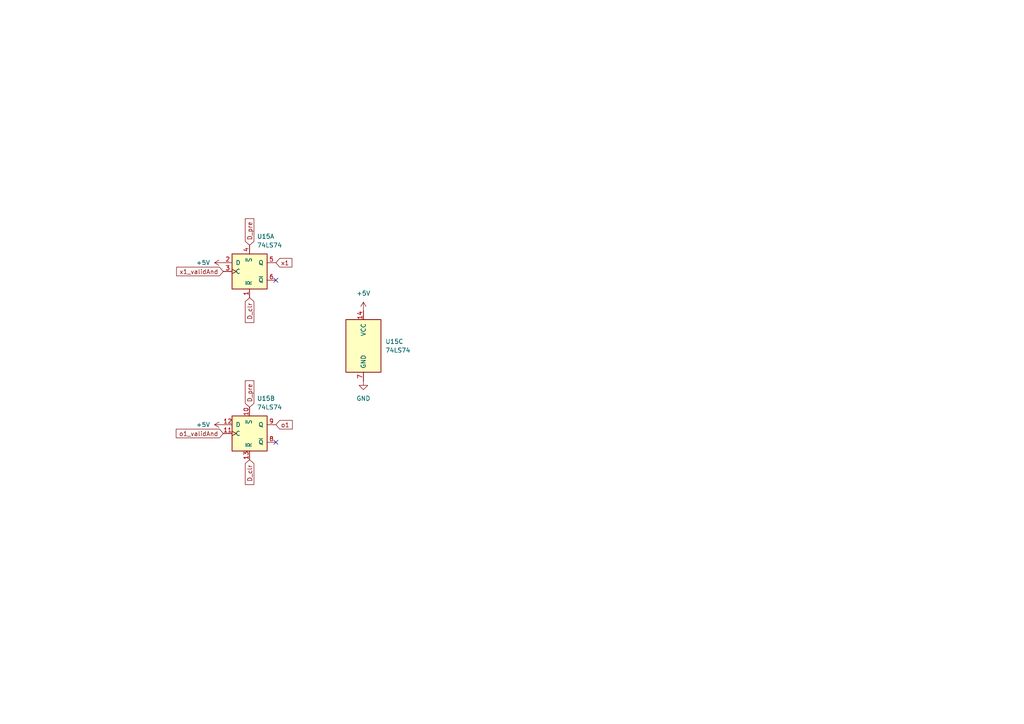
<source format=kicad_sch>
(kicad_sch
	(version 20250114)
	(generator "eeschema")
	(generator_version "9.0")
	(uuid "0f222bc9-c86a-4c26-921d-459394749d18")
	(paper "A4")
	(lib_symbols
		(symbol "74xx:74LS74"
			(pin_names
				(offset 1.016)
			)
			(exclude_from_sim no)
			(in_bom yes)
			(on_board yes)
			(property "Reference" "U"
				(at -7.62 8.89 0)
				(effects
					(font
						(size 1.27 1.27)
					)
				)
			)
			(property "Value" "74LS74"
				(at -7.62 -8.89 0)
				(effects
					(font
						(size 1.27 1.27)
					)
				)
			)
			(property "Footprint" ""
				(at 0 0 0)
				(effects
					(font
						(size 1.27 1.27)
					)
					(hide yes)
				)
			)
			(property "Datasheet" "74xx/74hc_hct74.pdf"
				(at 0 0 0)
				(effects
					(font
						(size 1.27 1.27)
					)
					(hide yes)
				)
			)
			(property "Description" "Dual D Flip-flop, Set & Reset"
				(at 0 0 0)
				(effects
					(font
						(size 1.27 1.27)
					)
					(hide yes)
				)
			)
			(property "ki_locked" ""
				(at 0 0 0)
				(effects
					(font
						(size 1.27 1.27)
					)
				)
			)
			(property "ki_keywords" "TTL DFF"
				(at 0 0 0)
				(effects
					(font
						(size 1.27 1.27)
					)
					(hide yes)
				)
			)
			(property "ki_fp_filters" "DIP*W7.62mm*"
				(at 0 0 0)
				(effects
					(font
						(size 1.27 1.27)
					)
					(hide yes)
				)
			)
			(symbol "74LS74_1_0"
				(pin input line
					(at -7.62 2.54 0)
					(length 2.54)
					(name "D"
						(effects
							(font
								(size 1.27 1.27)
							)
						)
					)
					(number "2"
						(effects
							(font
								(size 1.27 1.27)
							)
						)
					)
				)
				(pin input clock
					(at -7.62 0 0)
					(length 2.54)
					(name "C"
						(effects
							(font
								(size 1.27 1.27)
							)
						)
					)
					(number "3"
						(effects
							(font
								(size 1.27 1.27)
							)
						)
					)
				)
				(pin input line
					(at 0 7.62 270)
					(length 2.54)
					(name "~{S}"
						(effects
							(font
								(size 1.27 1.27)
							)
						)
					)
					(number "4"
						(effects
							(font
								(size 1.27 1.27)
							)
						)
					)
				)
				(pin input line
					(at 0 -7.62 90)
					(length 2.54)
					(name "~{R}"
						(effects
							(font
								(size 1.27 1.27)
							)
						)
					)
					(number "1"
						(effects
							(font
								(size 1.27 1.27)
							)
						)
					)
				)
				(pin output line
					(at 7.62 2.54 180)
					(length 2.54)
					(name "Q"
						(effects
							(font
								(size 1.27 1.27)
							)
						)
					)
					(number "5"
						(effects
							(font
								(size 1.27 1.27)
							)
						)
					)
				)
				(pin output line
					(at 7.62 -2.54 180)
					(length 2.54)
					(name "~{Q}"
						(effects
							(font
								(size 1.27 1.27)
							)
						)
					)
					(number "6"
						(effects
							(font
								(size 1.27 1.27)
							)
						)
					)
				)
			)
			(symbol "74LS74_1_1"
				(rectangle
					(start -5.08 5.08)
					(end 5.08 -5.08)
					(stroke
						(width 0.254)
						(type default)
					)
					(fill
						(type background)
					)
				)
			)
			(symbol "74LS74_2_0"
				(pin input line
					(at -7.62 2.54 0)
					(length 2.54)
					(name "D"
						(effects
							(font
								(size 1.27 1.27)
							)
						)
					)
					(number "12"
						(effects
							(font
								(size 1.27 1.27)
							)
						)
					)
				)
				(pin input clock
					(at -7.62 0 0)
					(length 2.54)
					(name "C"
						(effects
							(font
								(size 1.27 1.27)
							)
						)
					)
					(number "11"
						(effects
							(font
								(size 1.27 1.27)
							)
						)
					)
				)
				(pin input line
					(at 0 7.62 270)
					(length 2.54)
					(name "~{S}"
						(effects
							(font
								(size 1.27 1.27)
							)
						)
					)
					(number "10"
						(effects
							(font
								(size 1.27 1.27)
							)
						)
					)
				)
				(pin input line
					(at 0 -7.62 90)
					(length 2.54)
					(name "~{R}"
						(effects
							(font
								(size 1.27 1.27)
							)
						)
					)
					(number "13"
						(effects
							(font
								(size 1.27 1.27)
							)
						)
					)
				)
				(pin output line
					(at 7.62 2.54 180)
					(length 2.54)
					(name "Q"
						(effects
							(font
								(size 1.27 1.27)
							)
						)
					)
					(number "9"
						(effects
							(font
								(size 1.27 1.27)
							)
						)
					)
				)
				(pin output line
					(at 7.62 -2.54 180)
					(length 2.54)
					(name "~{Q}"
						(effects
							(font
								(size 1.27 1.27)
							)
						)
					)
					(number "8"
						(effects
							(font
								(size 1.27 1.27)
							)
						)
					)
				)
			)
			(symbol "74LS74_2_1"
				(rectangle
					(start -5.08 5.08)
					(end 5.08 -5.08)
					(stroke
						(width 0.254)
						(type default)
					)
					(fill
						(type background)
					)
				)
			)
			(symbol "74LS74_3_0"
				(pin power_in line
					(at 0 10.16 270)
					(length 2.54)
					(name "VCC"
						(effects
							(font
								(size 1.27 1.27)
							)
						)
					)
					(number "14"
						(effects
							(font
								(size 1.27 1.27)
							)
						)
					)
				)
				(pin power_in line
					(at 0 -10.16 90)
					(length 2.54)
					(name "GND"
						(effects
							(font
								(size 1.27 1.27)
							)
						)
					)
					(number "7"
						(effects
							(font
								(size 1.27 1.27)
							)
						)
					)
				)
			)
			(symbol "74LS74_3_1"
				(rectangle
					(start -5.08 7.62)
					(end 5.08 -7.62)
					(stroke
						(width 0.254)
						(type default)
					)
					(fill
						(type background)
					)
				)
			)
			(embedded_fonts no)
		)
		(symbol "power:+5V"
			(power)
			(pin_numbers
				(hide yes)
			)
			(pin_names
				(offset 0)
				(hide yes)
			)
			(exclude_from_sim no)
			(in_bom yes)
			(on_board yes)
			(property "Reference" "#PWR"
				(at 0 -3.81 0)
				(effects
					(font
						(size 1.27 1.27)
					)
					(hide yes)
				)
			)
			(property "Value" "+5V"
				(at 0 3.556 0)
				(effects
					(font
						(size 1.27 1.27)
					)
				)
			)
			(property "Footprint" ""
				(at 0 0 0)
				(effects
					(font
						(size 1.27 1.27)
					)
					(hide yes)
				)
			)
			(property "Datasheet" ""
				(at 0 0 0)
				(effects
					(font
						(size 1.27 1.27)
					)
					(hide yes)
				)
			)
			(property "Description" "Power symbol creates a global label with name \"+5V\""
				(at 0 0 0)
				(effects
					(font
						(size 1.27 1.27)
					)
					(hide yes)
				)
			)
			(property "ki_keywords" "global power"
				(at 0 0 0)
				(effects
					(font
						(size 1.27 1.27)
					)
					(hide yes)
				)
			)
			(symbol "+5V_0_1"
				(polyline
					(pts
						(xy -0.762 1.27) (xy 0 2.54)
					)
					(stroke
						(width 0)
						(type default)
					)
					(fill
						(type none)
					)
				)
				(polyline
					(pts
						(xy 0 2.54) (xy 0.762 1.27)
					)
					(stroke
						(width 0)
						(type default)
					)
					(fill
						(type none)
					)
				)
				(polyline
					(pts
						(xy 0 0) (xy 0 2.54)
					)
					(stroke
						(width 0)
						(type default)
					)
					(fill
						(type none)
					)
				)
			)
			(symbol "+5V_1_1"
				(pin power_in line
					(at 0 0 90)
					(length 0)
					(name "~"
						(effects
							(font
								(size 1.27 1.27)
							)
						)
					)
					(number "1"
						(effects
							(font
								(size 1.27 1.27)
							)
						)
					)
				)
			)
			(embedded_fonts no)
		)
		(symbol "power:GND"
			(power)
			(pin_numbers
				(hide yes)
			)
			(pin_names
				(offset 0)
				(hide yes)
			)
			(exclude_from_sim no)
			(in_bom yes)
			(on_board yes)
			(property "Reference" "#PWR"
				(at 0 -6.35 0)
				(effects
					(font
						(size 1.27 1.27)
					)
					(hide yes)
				)
			)
			(property "Value" "GND"
				(at 0 -3.81 0)
				(effects
					(font
						(size 1.27 1.27)
					)
				)
			)
			(property "Footprint" ""
				(at 0 0 0)
				(effects
					(font
						(size 1.27 1.27)
					)
					(hide yes)
				)
			)
			(property "Datasheet" ""
				(at 0 0 0)
				(effects
					(font
						(size 1.27 1.27)
					)
					(hide yes)
				)
			)
			(property "Description" "Power symbol creates a global label with name \"GND\" , ground"
				(at 0 0 0)
				(effects
					(font
						(size 1.27 1.27)
					)
					(hide yes)
				)
			)
			(property "ki_keywords" "global power"
				(at 0 0 0)
				(effects
					(font
						(size 1.27 1.27)
					)
					(hide yes)
				)
			)
			(symbol "GND_0_1"
				(polyline
					(pts
						(xy 0 0) (xy 0 -1.27) (xy 1.27 -1.27) (xy 0 -2.54) (xy -1.27 -1.27) (xy 0 -1.27)
					)
					(stroke
						(width 0)
						(type default)
					)
					(fill
						(type none)
					)
				)
			)
			(symbol "GND_1_1"
				(pin power_in line
					(at 0 0 270)
					(length 0)
					(name "~"
						(effects
							(font
								(size 1.27 1.27)
							)
						)
					)
					(number "1"
						(effects
							(font
								(size 1.27 1.27)
							)
						)
					)
				)
			)
			(embedded_fonts no)
		)
	)
	(no_connect
		(at 80.01 128.27)
		(uuid "740a870a-82a7-492a-94b2-1b8694927990")
	)
	(no_connect
		(at 80.01 81.28)
		(uuid "d7788c86-4acb-49cf-a25a-1dc2b1f735d9")
	)
	(global_label "D_pre"
		(shape input)
		(at 72.39 71.12 90)
		(fields_autoplaced yes)
		(effects
			(font
				(size 1.27 1.27)
			)
			(justify left)
		)
		(uuid "017d5fe2-a352-4bfe-bc10-66247636311d")
		(property "Intersheetrefs" "${INTERSHEET_REFS}"
			(at 72.39 62.8734 90)
			(effects
				(font
					(size 1.27 1.27)
				)
				(justify left)
				(hide yes)
			)
		)
	)
	(global_label "o1_validAnd"
		(shape input)
		(at 64.77 125.73 180)
		(fields_autoplaced yes)
		(effects
			(font
				(size 1.27 1.27)
			)
			(justify right)
		)
		(uuid "b5ffedba-7468-4965-bae1-6331330a0d05")
		(property "Intersheetrefs" "${INTERSHEET_REFS}"
			(at 50.5365 125.73 0)
			(effects
				(font
					(size 1.27 1.27)
				)
				(justify right)
				(hide yes)
			)
		)
	)
	(global_label "D_clr"
		(shape input)
		(at 72.39 133.35 270)
		(fields_autoplaced yes)
		(effects
			(font
				(size 1.27 1.27)
			)
			(justify right)
		)
		(uuid "b7020f43-d829-42a0-b3ad-cee4d963442c")
		(property "Intersheetrefs" "${INTERSHEET_REFS}"
			(at 72.39 141.1128 90)
			(effects
				(font
					(size 1.27 1.27)
				)
				(justify right)
				(hide yes)
			)
		)
	)
	(global_label "x1_validAnd"
		(shape input)
		(at 64.77 78.74 180)
		(fields_autoplaced yes)
		(effects
			(font
				(size 1.27 1.27)
			)
			(justify right)
		)
		(uuid "cc73dc6a-d6f9-4ebd-993b-dccd1225e4ef")
		(property "Intersheetrefs" "${INTERSHEET_REFS}"
			(at 50.6574 78.74 0)
			(effects
				(font
					(size 1.27 1.27)
				)
				(justify right)
				(hide yes)
			)
		)
	)
	(global_label "x1"
		(shape input)
		(at 80.01 76.2 0)
		(fields_autoplaced yes)
		(effects
			(font
				(size 1.27 1.27)
			)
			(justify left)
		)
		(uuid "cf7d55c4-494b-4541-95f5-e9e20a7d2788")
		(property "Intersheetrefs" "${INTERSHEET_REFS}"
			(at 85.2328 76.2 0)
			(effects
				(font
					(size 1.27 1.27)
				)
				(justify left)
				(hide yes)
			)
		)
	)
	(global_label "D_clr"
		(shape input)
		(at 72.39 86.36 270)
		(fields_autoplaced yes)
		(effects
			(font
				(size 1.27 1.27)
			)
			(justify right)
		)
		(uuid "e1a221eb-1a16-4b6c-8f7c-5194c9da85aa")
		(property "Intersheetrefs" "${INTERSHEET_REFS}"
			(at 72.39 94.1228 90)
			(effects
				(font
					(size 1.27 1.27)
				)
				(justify right)
				(hide yes)
			)
		)
	)
	(global_label "D_pre"
		(shape input)
		(at 72.39 118.11 90)
		(fields_autoplaced yes)
		(effects
			(font
				(size 1.27 1.27)
			)
			(justify left)
		)
		(uuid "ebe9c104-a1f6-4ea7-a38b-9dede471a366")
		(property "Intersheetrefs" "${INTERSHEET_REFS}"
			(at 72.39 109.8634 90)
			(effects
				(font
					(size 1.27 1.27)
				)
				(justify left)
				(hide yes)
			)
		)
	)
	(global_label "o1"
		(shape input)
		(at 80.01 123.19 0)
		(fields_autoplaced yes)
		(effects
			(font
				(size 1.27 1.27)
			)
			(justify left)
		)
		(uuid "f66e7d3b-cb30-4130-a76a-c247d3972b21")
		(property "Intersheetrefs" "${INTERSHEET_REFS}"
			(at 85.3537 123.19 0)
			(effects
				(font
					(size 1.27 1.27)
				)
				(justify left)
				(hide yes)
			)
		)
	)
	(symbol
		(lib_id "74xx:74LS74")
		(at 72.39 125.73 0)
		(unit 2)
		(exclude_from_sim no)
		(in_bom yes)
		(on_board yes)
		(dnp no)
		(fields_autoplaced yes)
		(uuid "1d2c2be7-ffd7-4f3b-bfef-01651903fc0a")
		(property "Reference" "U15"
			(at 74.5333 115.57 0)
			(effects
				(font
					(size 1.27 1.27)
				)
				(justify left)
			)
		)
		(property "Value" "74LS74"
			(at 74.5333 118.11 0)
			(effects
				(font
					(size 1.27 1.27)
				)
				(justify left)
			)
		)
		(property "Footprint" "Package_DIP:DIP-14_W7.62mm"
			(at 72.39 125.73 0)
			(effects
				(font
					(size 1.27 1.27)
				)
				(hide yes)
			)
		)
		(property "Datasheet" "74xx/74hc_hct74.pdf"
			(at 72.39 125.73 0)
			(effects
				(font
					(size 1.27 1.27)
				)
				(hide yes)
			)
		)
		(property "Description" "Dual D Flip-flop, Set & Reset"
			(at 72.39 125.73 0)
			(effects
				(font
					(size 1.27 1.27)
				)
				(hide yes)
			)
		)
		(pin "12"
			(uuid "cabd824a-9083-453c-b0d1-dd05b435bb1b")
		)
		(pin "4"
			(uuid "a446bce5-b06e-4c69-bb57-25b705bb075b")
		)
		(pin "14"
			(uuid "1e7d8e54-afc2-490c-afef-40a46277b201")
		)
		(pin "3"
			(uuid "a1297712-69b9-4d31-a6e3-e9d31e1118fc")
		)
		(pin "8"
			(uuid "92fe631e-9a33-4a19-a6b2-5d5079ae21a9")
		)
		(pin "5"
			(uuid "d37bb2e3-74f6-47d1-a81e-869bdfc0d740")
		)
		(pin "11"
			(uuid "10a149eb-df32-4df4-b6ab-9d3d22988edc")
		)
		(pin "10"
			(uuid "0cb24223-3e67-49fb-b49a-b3b47e96891f")
		)
		(pin "13"
			(uuid "49dc12d8-6ed5-493b-af17-1558e525261d")
		)
		(pin "7"
			(uuid "a0541d54-4040-4978-a2ae-140970f9dab3")
		)
		(pin "2"
			(uuid "49d6c06a-92c6-4784-9284-7551a7d1ad1f")
		)
		(pin "9"
			(uuid "fe157abc-b147-4b0b-950e-283440789965")
		)
		(pin "6"
			(uuid "a173177a-d678-4ca1-91e5-25fbd731eed6")
		)
		(pin "1"
			(uuid "e72a8853-e290-441d-9efc-29ec16f9f8e0")
		)
		(instances
			(project ""
				(path "/0f222bc9-c86a-4c26-921d-459394749d18/8f58726b-8498-41f7-b607-bbe343491a9f/6bc8a5c5-2ce9-445a-9a61-a986a087239f"
					(reference "U15")
					(unit 2)
				)
			)
		)
	)
	(symbol
		(lib_id "power:+5V")
		(at 64.77 76.2 90)
		(unit 1)
		(exclude_from_sim no)
		(in_bom yes)
		(on_board yes)
		(dnp no)
		(fields_autoplaced yes)
		(uuid "4d7b7916-076c-4963-99b3-6abb398c5331")
		(property "Reference" "#PWR017"
			(at 68.58 76.2 0)
			(effects
				(font
					(size 1.27 1.27)
				)
				(hide yes)
			)
		)
		(property "Value" "+5V"
			(at 60.96 76.1999 90)
			(effects
				(font
					(size 1.27 1.27)
				)
				(justify left)
			)
		)
		(property "Footprint" ""
			(at 64.77 76.2 0)
			(effects
				(font
					(size 1.27 1.27)
				)
				(hide yes)
			)
		)
		(property "Datasheet" ""
			(at 64.77 76.2 0)
			(effects
				(font
					(size 1.27 1.27)
				)
				(hide yes)
			)
		)
		(property "Description" "Power symbol creates a global label with name \"+5V\""
			(at 64.77 76.2 0)
			(effects
				(font
					(size 1.27 1.27)
				)
				(hide yes)
			)
		)
		(pin "1"
			(uuid "02ae00c5-ee64-4d2a-8ace-c3749224a734")
		)
		(instances
			(project ""
				(path "/0f222bc9-c86a-4c26-921d-459394749d18/8f58726b-8498-41f7-b607-bbe343491a9f/6bc8a5c5-2ce9-445a-9a61-a986a087239f"
					(reference "#PWR017")
					(unit 1)
				)
			)
		)
	)
	(symbol
		(lib_id "power:+5V")
		(at 105.41 90.17 0)
		(unit 1)
		(exclude_from_sim no)
		(in_bom yes)
		(on_board yes)
		(dnp no)
		(fields_autoplaced yes)
		(uuid "78bffdc7-4ec7-4234-92be-038fe5c32dc0")
		(property "Reference" "#PWR019"
			(at 105.41 93.98 0)
			(effects
				(font
					(size 1.27 1.27)
				)
				(hide yes)
			)
		)
		(property "Value" "+5V"
			(at 105.41 85.09 0)
			(effects
				(font
					(size 1.27 1.27)
				)
			)
		)
		(property "Footprint" ""
			(at 105.41 90.17 0)
			(effects
				(font
					(size 1.27 1.27)
				)
				(hide yes)
			)
		)
		(property "Datasheet" ""
			(at 105.41 90.17 0)
			(effects
				(font
					(size 1.27 1.27)
				)
				(hide yes)
			)
		)
		(property "Description" "Power symbol creates a global label with name \"+5V\""
			(at 105.41 90.17 0)
			(effects
				(font
					(size 1.27 1.27)
				)
				(hide yes)
			)
		)
		(pin "1"
			(uuid "918d6856-2022-4d59-96ce-cfae968284c3")
		)
		(instances
			(project ""
				(path "/0f222bc9-c86a-4c26-921d-459394749d18/8f58726b-8498-41f7-b607-bbe343491a9f/6bc8a5c5-2ce9-445a-9a61-a986a087239f"
					(reference "#PWR019")
					(unit 1)
				)
			)
		)
	)
	(symbol
		(lib_id "power:+5V")
		(at 64.77 123.19 90)
		(unit 1)
		(exclude_from_sim no)
		(in_bom yes)
		(on_board yes)
		(dnp no)
		(fields_autoplaced yes)
		(uuid "7bef26d1-8ef8-4265-8e00-ba3c52d6de4a")
		(property "Reference" "#PWR018"
			(at 68.58 123.19 0)
			(effects
				(font
					(size 1.27 1.27)
				)
				(hide yes)
			)
		)
		(property "Value" "+5V"
			(at 60.96 123.1899 90)
			(effects
				(font
					(size 1.27 1.27)
				)
				(justify left)
			)
		)
		(property "Footprint" ""
			(at 64.77 123.19 0)
			(effects
				(font
					(size 1.27 1.27)
				)
				(hide yes)
			)
		)
		(property "Datasheet" ""
			(at 64.77 123.19 0)
			(effects
				(font
					(size 1.27 1.27)
				)
				(hide yes)
			)
		)
		(property "Description" "Power symbol creates a global label with name \"+5V\""
			(at 64.77 123.19 0)
			(effects
				(font
					(size 1.27 1.27)
				)
				(hide yes)
			)
		)
		(pin "1"
			(uuid "f593415e-db4f-4487-b758-bae96f1a5783")
		)
		(instances
			(project ""
				(path "/0f222bc9-c86a-4c26-921d-459394749d18/8f58726b-8498-41f7-b607-bbe343491a9f/6bc8a5c5-2ce9-445a-9a61-a986a087239f"
					(reference "#PWR018")
					(unit 1)
				)
			)
		)
	)
	(symbol
		(lib_id "74xx:74LS74")
		(at 72.39 78.74 0)
		(unit 1)
		(exclude_from_sim no)
		(in_bom yes)
		(on_board yes)
		(dnp no)
		(fields_autoplaced yes)
		(uuid "86abd201-bfce-415c-9851-4a9f8773498f")
		(property "Reference" "U15"
			(at 74.5333 68.58 0)
			(effects
				(font
					(size 1.27 1.27)
				)
				(justify left)
			)
		)
		(property "Value" "74LS74"
			(at 74.5333 71.12 0)
			(effects
				(font
					(size 1.27 1.27)
				)
				(justify left)
			)
		)
		(property "Footprint" "Package_DIP:DIP-14_W7.62mm"
			(at 72.39 78.74 0)
			(effects
				(font
					(size 1.27 1.27)
				)
				(hide yes)
			)
		)
		(property "Datasheet" "74xx/74hc_hct74.pdf"
			(at 72.39 78.74 0)
			(effects
				(font
					(size 1.27 1.27)
				)
				(hide yes)
			)
		)
		(property "Description" "Dual D Flip-flop, Set & Reset"
			(at 72.39 78.74 0)
			(effects
				(font
					(size 1.27 1.27)
				)
				(hide yes)
			)
		)
		(pin "12"
			(uuid "b151a4c0-95ef-4496-bf8a-2c1fb6f960d4")
		)
		(pin "4"
			(uuid "f864a708-f289-4bc3-bd41-c13af72f40b3")
		)
		(pin "14"
			(uuid "1e7d8e54-afc2-490c-afef-40a46277b200")
		)
		(pin "3"
			(uuid "611a4531-ec82-4786-9c3d-eb29a1916e4b")
		)
		(pin "8"
			(uuid "17c29a99-a9d4-4278-9bb4-85547421c95e")
		)
		(pin "5"
			(uuid "5827ce82-9fe9-480a-92c1-31ded64714ef")
		)
		(pin "11"
			(uuid "234d3305-417f-450a-96a2-e38f3f7cd055")
		)
		(pin "10"
			(uuid "e06bad5a-fe59-4017-b3fb-ab5f5514b0c1")
		)
		(pin "13"
			(uuid "d1c5766f-7571-4b4a-a396-2c373b657b34")
		)
		(pin "7"
			(uuid "a0541d54-4040-4978-a2ae-140970f9dab2")
		)
		(pin "2"
			(uuid "66a69568-0344-4ece-8514-48f794d0a7cf")
		)
		(pin "9"
			(uuid "76462129-3cef-4f26-af9a-83d9148fd459")
		)
		(pin "6"
			(uuid "a03dcaab-356a-428e-9e94-9078afd83fcf")
		)
		(pin "1"
			(uuid "67f21d40-44ec-4b28-9200-b77927c6a066")
		)
		(instances
			(project ""
				(path "/0f222bc9-c86a-4c26-921d-459394749d18/8f58726b-8498-41f7-b607-bbe343491a9f/6bc8a5c5-2ce9-445a-9a61-a986a087239f"
					(reference "U15")
					(unit 1)
				)
			)
		)
	)
	(symbol
		(lib_id "power:GND")
		(at 105.41 110.49 0)
		(unit 1)
		(exclude_from_sim no)
		(in_bom yes)
		(on_board yes)
		(dnp no)
		(fields_autoplaced yes)
		(uuid "edba9415-b84d-4e6e-9d8d-96f4588f17d2")
		(property "Reference" "#PWR020"
			(at 105.41 116.84 0)
			(effects
				(font
					(size 1.27 1.27)
				)
				(hide yes)
			)
		)
		(property "Value" "GND"
			(at 105.41 115.57 0)
			(effects
				(font
					(size 1.27 1.27)
				)
			)
		)
		(property "Footprint" ""
			(at 105.41 110.49 0)
			(effects
				(font
					(size 1.27 1.27)
				)
				(hide yes)
			)
		)
		(property "Datasheet" ""
			(at 105.41 110.49 0)
			(effects
				(font
					(size 1.27 1.27)
				)
				(hide yes)
			)
		)
		(property "Description" "Power symbol creates a global label with name \"GND\" , ground"
			(at 105.41 110.49 0)
			(effects
				(font
					(size 1.27 1.27)
				)
				(hide yes)
			)
		)
		(pin "1"
			(uuid "9aa7e6b2-a489-4730-bd9b-7df575ab204c")
		)
		(instances
			(project ""
				(path "/0f222bc9-c86a-4c26-921d-459394749d18/8f58726b-8498-41f7-b607-bbe343491a9f/6bc8a5c5-2ce9-445a-9a61-a986a087239f"
					(reference "#PWR020")
					(unit 1)
				)
			)
		)
	)
	(symbol
		(lib_id "74xx:74LS74")
		(at 105.41 100.33 0)
		(unit 3)
		(exclude_from_sim no)
		(in_bom yes)
		(on_board yes)
		(dnp no)
		(fields_autoplaced yes)
		(uuid "f0cd1397-fc89-455b-936e-93a1bbf47691")
		(property "Reference" "U15"
			(at 111.76 99.0599 0)
			(effects
				(font
					(size 1.27 1.27)
				)
				(justify left)
			)
		)
		(property "Value" "74LS74"
			(at 111.76 101.5999 0)
			(effects
				(font
					(size 1.27 1.27)
				)
				(justify left)
			)
		)
		(property "Footprint" "Package_DIP:DIP-14_W7.62mm"
			(at 105.41 100.33 0)
			(effects
				(font
					(size 1.27 1.27)
				)
				(hide yes)
			)
		)
		(property "Datasheet" "74xx/74hc_hct74.pdf"
			(at 105.41 100.33 0)
			(effects
				(font
					(size 1.27 1.27)
				)
				(hide yes)
			)
		)
		(property "Description" "Dual D Flip-flop, Set & Reset"
			(at 105.41 100.33 0)
			(effects
				(font
					(size 1.27 1.27)
				)
				(hide yes)
			)
		)
		(pin "12"
			(uuid "b151a4c0-95ef-4496-bf8a-2c1fb6f960d3")
		)
		(pin "4"
			(uuid "a446bce5-b06e-4c69-bb57-25b705bb0759")
		)
		(pin "14"
			(uuid "e18642c4-51ab-468a-9aae-b04fa3be1c05")
		)
		(pin "3"
			(uuid "a1297712-69b9-4d31-a6e3-e9d31e1118fa")
		)
		(pin "8"
			(uuid "17c29a99-a9d4-4278-9bb4-85547421c95d")
		)
		(pin "5"
			(uuid "d37bb2e3-74f6-47d1-a81e-869bdfc0d73e")
		)
		(pin "11"
			(uuid "234d3305-417f-450a-96a2-e38f3f7cd054")
		)
		(pin "10"
			(uuid "e06bad5a-fe59-4017-b3fb-ab5f5514b0c0")
		)
		(pin "13"
			(uuid "d1c5766f-7571-4b4a-a396-2c373b657b33")
		)
		(pin "7"
			(uuid "da36fd6a-3685-4e23-a3cd-7033ed5956b3")
		)
		(pin "2"
			(uuid "49d6c06a-92c6-4784-9284-7551a7d1ad1d")
		)
		(pin "9"
			(uuid "76462129-3cef-4f26-af9a-83d9148fd458")
		)
		(pin "6"
			(uuid "a173177a-d678-4ca1-91e5-25fbd731eed4")
		)
		(pin "1"
			(uuid "e72a8853-e290-441d-9efc-29ec16f9f8de")
		)
		(instances
			(project ""
				(path "/0f222bc9-c86a-4c26-921d-459394749d18/8f58726b-8498-41f7-b607-bbe343491a9f/6bc8a5c5-2ce9-445a-9a61-a986a087239f"
					(reference "U15")
					(unit 3)
				)
			)
		)
	)
)

</source>
